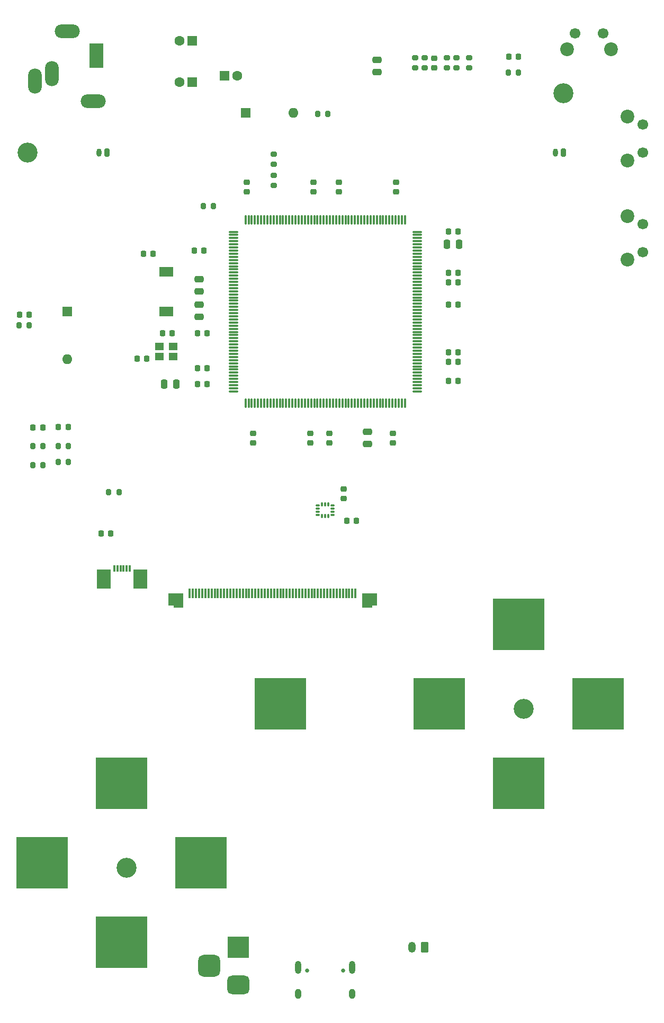
<source format=gts>
G04 #@! TF.GenerationSoftware,KiCad,Pcbnew,7.0.1*
G04 #@! TF.CreationDate,2024-01-01T11:46:02+00:00*
G04 #@! TF.ProjectId,gk,676b2e6b-6963-4616-945f-706362585858,rev?*
G04 #@! TF.SameCoordinates,Original*
G04 #@! TF.FileFunction,Soldermask,Top*
G04 #@! TF.FilePolarity,Negative*
%FSLAX46Y46*%
G04 Gerber Fmt 4.6, Leading zero omitted, Abs format (unit mm)*
G04 Created by KiCad (PCBNEW 7.0.1) date 2024-01-01 11:46:02*
%MOMM*%
%LPD*%
G01*
G04 APERTURE LIST*
G04 Aperture macros list*
%AMRoundRect*
0 Rectangle with rounded corners*
0 $1 Rounding radius*
0 $2 $3 $4 $5 $6 $7 $8 $9 X,Y pos of 4 corners*
0 Add a 4 corners polygon primitive as box body*
4,1,4,$2,$3,$4,$5,$6,$7,$8,$9,$2,$3,0*
0 Add four circle primitives for the rounded corners*
1,1,$1+$1,$2,$3*
1,1,$1+$1,$4,$5*
1,1,$1+$1,$6,$7*
1,1,$1+$1,$8,$9*
0 Add four rect primitives between the rounded corners*
20,1,$1+$1,$2,$3,$4,$5,0*
20,1,$1+$1,$4,$5,$6,$7,0*
20,1,$1+$1,$6,$7,$8,$9,0*
20,1,$1+$1,$8,$9,$2,$3,0*%
G04 Aperture macros list end*
%ADD10C,0.010000*%
%ADD11C,0.120000*%
%ADD12R,0.300000X1.500000*%
%ADD13RoundRect,0.225000X0.225000X0.250000X-0.225000X0.250000X-0.225000X-0.250000X0.225000X-0.250000X0*%
%ADD14RoundRect,0.200000X-0.200000X-0.275000X0.200000X-0.275000X0.200000X0.275000X-0.200000X0.275000X0*%
%ADD15RoundRect,0.225000X-0.225000X-0.250000X0.225000X-0.250000X0.225000X0.250000X-0.225000X0.250000X0*%
%ADD16RoundRect,0.250000X-0.250000X-0.475000X0.250000X-0.475000X0.250000X0.475000X-0.250000X0.475000X0*%
%ADD17C,3.200000*%
%ADD18RoundRect,0.250000X-0.475000X0.250000X-0.475000X-0.250000X0.475000X-0.250000X0.475000X0.250000X0*%
%ADD19RoundRect,0.225000X-0.250000X0.225000X-0.250000X-0.225000X0.250000X-0.225000X0.250000X0.225000X0*%
%ADD20RoundRect,0.200000X0.275000X-0.200000X0.275000X0.200000X-0.275000X0.200000X-0.275000X-0.200000X0*%
%ADD21R,0.300000X1.100000*%
%ADD22R,2.300000X3.100000*%
%ADD23RoundRect,0.200000X0.200000X0.275000X-0.200000X0.275000X-0.200000X-0.275000X0.200000X-0.275000X0*%
%ADD24RoundRect,0.250000X0.475000X-0.250000X0.475000X0.250000X-0.475000X0.250000X-0.475000X-0.250000X0*%
%ADD25RoundRect,0.225000X0.250000X-0.225000X0.250000X0.225000X-0.250000X0.225000X-0.250000X-0.225000X0*%
%ADD26R,1.400000X1.150000*%
%ADD27RoundRect,0.087500X-0.225000X-0.087500X0.225000X-0.087500X0.225000X0.087500X-0.225000X0.087500X0*%
%ADD28RoundRect,0.087500X-0.087500X-0.225000X0.087500X-0.225000X0.087500X0.225000X-0.087500X0.225000X0*%
%ADD29RoundRect,0.200000X-0.275000X0.200000X-0.275000X-0.200000X0.275000X-0.200000X0.275000X0.200000X0*%
%ADD30R,2.200000X1.500000*%
%ADD31RoundRect,0.075000X-0.675000X-0.075000X0.675000X-0.075000X0.675000X0.075000X-0.675000X0.075000X0*%
%ADD32RoundRect,0.075000X-0.075000X-0.675000X0.075000X-0.675000X0.075000X0.675000X-0.075000X0.675000X0*%
%ADD33RoundRect,0.250000X0.250000X0.475000X-0.250000X0.475000X-0.250000X-0.475000X0.250000X-0.475000X0*%
%ADD34C,2.200000*%
%ADD35C,1.700000*%
%ADD36R,1.600000X1.600000*%
%ADD37O,1.600000X1.600000*%
%ADD38C,0.650000*%
%ADD39O,1.000000X1.600000*%
%ADD40O,1.000000X2.100000*%
%ADD41C,1.600000*%
%ADD42R,3.500000X3.500000*%
%ADD43RoundRect,0.750000X1.000000X-0.750000X1.000000X0.750000X-1.000000X0.750000X-1.000000X-0.750000X0*%
%ADD44RoundRect,0.875000X0.875000X-0.875000X0.875000X0.875000X-0.875000X0.875000X-0.875000X-0.875000X0*%
%ADD45RoundRect,0.200000X0.200000X0.450000X-0.200000X0.450000X-0.200000X-0.450000X0.200000X-0.450000X0*%
%ADD46O,0.800000X1.300000*%
%ADD47O,2.200000X4.000000*%
%ADD48O,4.000000X2.200000*%
%ADD49R,2.200000X4.000000*%
%ADD50RoundRect,0.250000X0.350000X0.625000X-0.350000X0.625000X-0.350000X-0.625000X0.350000X-0.625000X0*%
%ADD51O,1.200000X1.750000*%
G04 APERTURE END LIST*
D10*
X106655500Y-113540000D02*
X105855500Y-113540000D01*
X105855500Y-113890000D01*
X104355500Y-113890000D01*
X104355500Y-111740000D01*
X106655500Y-111740000D01*
X106655500Y-113540000D01*
G36*
X106655500Y-113540000D02*
G01*
X105855500Y-113540000D01*
X105855500Y-113890000D01*
X104355500Y-113890000D01*
X104355500Y-111740000D01*
X106655500Y-111740000D01*
X106655500Y-113540000D01*
G37*
X75655500Y-113890000D02*
X74155500Y-113890000D01*
X74155500Y-113540000D01*
X73355500Y-113540000D01*
X73355500Y-111740000D01*
X75655500Y-111740000D01*
X75655500Y-113890000D01*
G36*
X75655500Y-113890000D02*
G01*
X74155500Y-113890000D01*
X74155500Y-113540000D01*
X73355500Y-113540000D01*
X73355500Y-111740000D01*
X75655500Y-111740000D01*
X75655500Y-113890000D01*
G37*
D11*
X74411000Y-150643500D02*
X82539000Y-150643500D01*
X82539000Y-150643500D02*
X82539000Y-158771500D01*
X82539000Y-158771500D02*
X74411000Y-158771500D01*
X74411000Y-158771500D02*
X74411000Y-150643500D01*
G36*
X74411000Y-150643500D02*
G01*
X82539000Y-150643500D01*
X82539000Y-158771500D01*
X74411000Y-158771500D01*
X74411000Y-150643500D01*
G37*
X49011000Y-150643500D02*
X57139000Y-150643500D01*
X57139000Y-150643500D02*
X57139000Y-158771500D01*
X57139000Y-158771500D02*
X49011000Y-158771500D01*
X49011000Y-158771500D02*
X49011000Y-150643500D01*
G36*
X49011000Y-150643500D02*
G01*
X57139000Y-150643500D01*
X57139000Y-158771500D01*
X49011000Y-158771500D01*
X49011000Y-150643500D01*
G37*
X61711000Y-137943500D02*
X69839000Y-137943500D01*
X69839000Y-137943500D02*
X69839000Y-146071500D01*
X69839000Y-146071500D02*
X61711000Y-146071500D01*
X61711000Y-146071500D02*
X61711000Y-137943500D01*
G36*
X61711000Y-137943500D02*
G01*
X69839000Y-137943500D01*
X69839000Y-146071500D01*
X61711000Y-146071500D01*
X61711000Y-137943500D01*
G37*
X137911000Y-125243500D02*
X146039000Y-125243500D01*
X146039000Y-125243500D02*
X146039000Y-133371500D01*
X146039000Y-133371500D02*
X137911000Y-133371500D01*
X137911000Y-133371500D02*
X137911000Y-125243500D01*
G36*
X137911000Y-125243500D02*
G01*
X146039000Y-125243500D01*
X146039000Y-133371500D01*
X137911000Y-133371500D01*
X137911000Y-125243500D01*
G37*
X87111000Y-125243500D02*
X95239000Y-125243500D01*
X95239000Y-125243500D02*
X95239000Y-133371500D01*
X95239000Y-133371500D02*
X87111000Y-133371500D01*
X87111000Y-133371500D02*
X87111000Y-125243500D01*
G36*
X87111000Y-125243500D02*
G01*
X95239000Y-125243500D01*
X95239000Y-133371500D01*
X87111000Y-133371500D01*
X87111000Y-125243500D01*
G37*
X61711000Y-163343500D02*
X69839000Y-163343500D01*
X69839000Y-163343500D02*
X69839000Y-171471500D01*
X69839000Y-171471500D02*
X61711000Y-171471500D01*
X61711000Y-171471500D02*
X61711000Y-163343500D01*
G36*
X61711000Y-163343500D02*
G01*
X69839000Y-163343500D01*
X69839000Y-171471500D01*
X61711000Y-171471500D01*
X61711000Y-163343500D01*
G37*
X125211000Y-112543500D02*
X133339000Y-112543500D01*
X133339000Y-112543500D02*
X133339000Y-120671500D01*
X133339000Y-120671500D02*
X125211000Y-120671500D01*
X125211000Y-120671500D02*
X125211000Y-112543500D01*
G36*
X125211000Y-112543500D02*
G01*
X133339000Y-112543500D01*
X133339000Y-120671500D01*
X125211000Y-120671500D01*
X125211000Y-112543500D01*
G37*
X125211000Y-137943500D02*
X133339000Y-137943500D01*
X133339000Y-137943500D02*
X133339000Y-146071500D01*
X133339000Y-146071500D02*
X125211000Y-146071500D01*
X125211000Y-146071500D02*
X125211000Y-137943500D01*
G36*
X125211000Y-137943500D02*
G01*
X133339000Y-137943500D01*
X133339000Y-146071500D01*
X125211000Y-146071500D01*
X125211000Y-137943500D01*
G37*
X112511000Y-125243500D02*
X120639000Y-125243500D01*
X120639000Y-125243500D02*
X120639000Y-133371500D01*
X120639000Y-133371500D02*
X112511000Y-133371500D01*
X112511000Y-133371500D02*
X112511000Y-125243500D01*
G36*
X112511000Y-125243500D02*
G01*
X120639000Y-125243500D01*
X120639000Y-133371500D01*
X112511000Y-133371500D01*
X112511000Y-125243500D01*
G37*
D12*
X103255500Y-111690000D03*
X102755500Y-111690000D03*
X102255500Y-111690000D03*
X101755500Y-111690000D03*
X101255500Y-111690000D03*
X100755500Y-111690000D03*
X100255500Y-111690000D03*
X99755500Y-111690000D03*
X99255500Y-111690000D03*
X98755500Y-111690000D03*
X98255500Y-111690000D03*
X97755500Y-111690000D03*
X97255500Y-111690000D03*
X96755500Y-111690000D03*
X96255500Y-111690000D03*
X95755500Y-111690000D03*
X95255500Y-111690000D03*
X94755500Y-111690000D03*
X94255500Y-111690000D03*
X93755500Y-111690000D03*
X93255500Y-111690000D03*
X92755500Y-111690000D03*
X92255500Y-111690000D03*
X91755500Y-111690000D03*
X91255500Y-111690000D03*
X90755500Y-111690000D03*
X90255500Y-111690000D03*
X89755500Y-111690000D03*
X89255500Y-111690000D03*
X88755500Y-111690000D03*
X88255500Y-111690000D03*
X87755500Y-111690000D03*
X87255500Y-111690000D03*
X86755500Y-111690000D03*
X86255500Y-111690000D03*
X85755500Y-111690000D03*
X85255500Y-111690000D03*
X84755500Y-111690000D03*
X84255500Y-111690000D03*
X83755500Y-111690000D03*
X83255500Y-111690000D03*
X82755500Y-111690000D03*
X82255500Y-111690000D03*
X81755500Y-111690000D03*
X81255500Y-111690000D03*
X80755500Y-111690000D03*
X80255500Y-111690000D03*
X79755500Y-111690000D03*
X79255500Y-111690000D03*
X78755500Y-111690000D03*
X78255500Y-111690000D03*
X77755500Y-111690000D03*
X77255500Y-111690000D03*
X76755500Y-111690000D03*
D13*
X79515000Y-70104000D03*
X77965000Y-70104000D03*
D14*
X97219000Y-35052000D03*
X98869000Y-35052000D03*
D15*
X118097000Y-73152000D03*
X119647000Y-73152000D03*
D16*
X117922000Y-55880000D03*
X119822000Y-55880000D03*
D17*
X66675000Y-155575000D03*
D15*
X118097000Y-53848000D03*
X119647000Y-53848000D03*
X118097000Y-60452000D03*
X119647000Y-60452000D03*
D18*
X78232000Y-65598000D03*
X78232000Y-67498000D03*
D19*
X109220000Y-86093000D03*
X109220000Y-87643000D03*
D13*
X79007000Y-56896000D03*
X77457000Y-56896000D03*
D15*
X127749000Y-25908000D03*
X129299000Y-25908000D03*
X55765400Y-85110800D03*
X57315400Y-85110800D03*
D20*
X90170000Y-46545000D03*
X90170000Y-44895000D03*
D15*
X118097000Y-65532000D03*
X119647000Y-65532000D03*
X118097000Y-74676000D03*
X119647000Y-74676000D03*
D19*
X115824000Y-26149000D03*
X115824000Y-27699000D03*
D21*
X64688400Y-107757800D03*
X65188400Y-107757800D03*
X65688400Y-107757800D03*
X66188400Y-107757800D03*
X66688400Y-107757800D03*
X67188400Y-107757800D03*
D22*
X63018400Y-109457800D03*
X68858400Y-109457800D03*
D19*
X96012000Y-86093000D03*
X96012000Y-87643000D03*
D23*
X65442600Y-95504000D03*
X63792600Y-95504000D03*
D17*
X136525000Y-31750000D03*
D24*
X78232000Y-63434000D03*
X78232000Y-61534000D03*
D20*
X114300000Y-27749000D03*
X114300000Y-26099000D03*
D25*
X100584000Y-47511000D03*
X100584000Y-45961000D03*
D20*
X119380000Y-27749000D03*
X119380000Y-26099000D03*
D13*
X73927000Y-70104000D03*
X72377000Y-70104000D03*
D18*
X105156000Y-85918000D03*
X105156000Y-87818000D03*
D25*
X85852000Y-47511000D03*
X85852000Y-45961000D03*
D14*
X127699000Y-28448000D03*
X129349000Y-28448000D03*
D13*
X69863000Y-74168000D03*
X68313000Y-74168000D03*
D14*
X78931000Y-49784000D03*
X80581000Y-49784000D03*
D15*
X51701400Y-85170800D03*
X53251400Y-85170800D03*
D14*
X51651400Y-88158800D03*
X53301400Y-88158800D03*
X55715400Y-88188800D03*
X57365400Y-88188800D03*
D26*
X74125000Y-72225000D03*
X71925000Y-72225000D03*
X71925000Y-73825000D03*
X74125000Y-73825000D03*
D13*
X79515000Y-75692000D03*
X77965000Y-75692000D03*
D25*
X101346000Y-96533000D03*
X101346000Y-94983000D03*
D14*
X51651400Y-91206800D03*
X53301400Y-91206800D03*
D27*
X97262500Y-97675000D03*
X97262500Y-98175000D03*
X97262500Y-98675000D03*
X97262500Y-99175000D03*
D28*
X97925000Y-99337500D03*
X98425000Y-99337500D03*
X98925000Y-99337500D03*
D27*
X99587500Y-99175000D03*
X99587500Y-98675000D03*
X99587500Y-98175000D03*
X99587500Y-97675000D03*
D28*
X98925000Y-97512500D03*
X98425000Y-97512500D03*
X97925000Y-97512500D03*
D29*
X90170000Y-41491400D03*
X90170000Y-43141400D03*
D19*
X86868000Y-86093000D03*
X86868000Y-87643000D03*
D18*
X106680000Y-26482000D03*
X106680000Y-28382000D03*
D17*
X130175000Y-130175000D03*
D20*
X117856000Y-27749000D03*
X117856000Y-26099000D03*
D25*
X109728000Y-47511000D03*
X109728000Y-45961000D03*
D14*
X55715400Y-90698800D03*
X57365400Y-90698800D03*
D19*
X99060000Y-86093000D03*
X99060000Y-87643000D03*
D15*
X118097000Y-77724000D03*
X119647000Y-77724000D03*
D13*
X70879000Y-57404000D03*
X69329000Y-57404000D03*
X79515000Y-78232000D03*
X77965000Y-78232000D03*
D20*
X121412000Y-27749000D03*
X121412000Y-26099000D03*
D17*
X50800000Y-41275000D03*
D13*
X64122600Y-102108000D03*
X62572600Y-102108000D03*
D30*
X73025000Y-66700000D03*
X73025000Y-60300000D03*
D31*
X83750000Y-53925000D03*
X83750000Y-54425000D03*
X83750000Y-54925000D03*
X83750000Y-55425000D03*
X83750000Y-55925000D03*
X83750000Y-56425000D03*
X83750000Y-56925000D03*
X83750000Y-57425000D03*
X83750000Y-57925000D03*
X83750000Y-58425000D03*
X83750000Y-58925000D03*
X83750000Y-59425000D03*
X83750000Y-59925000D03*
X83750000Y-60425000D03*
X83750000Y-60925000D03*
X83750000Y-61425000D03*
X83750000Y-61925000D03*
X83750000Y-62425000D03*
X83750000Y-62925000D03*
X83750000Y-63425000D03*
X83750000Y-63925000D03*
X83750000Y-64425000D03*
X83750000Y-64925000D03*
X83750000Y-65425000D03*
X83750000Y-65925000D03*
X83750000Y-66425000D03*
X83750000Y-66925000D03*
X83750000Y-67425000D03*
X83750000Y-67925000D03*
X83750000Y-68425000D03*
X83750000Y-68925000D03*
X83750000Y-69425000D03*
X83750000Y-69925000D03*
X83750000Y-70425000D03*
X83750000Y-70925000D03*
X83750000Y-71425000D03*
X83750000Y-71925000D03*
X83750000Y-72425000D03*
X83750000Y-72925000D03*
X83750000Y-73425000D03*
X83750000Y-73925000D03*
X83750000Y-74425000D03*
X83750000Y-74925000D03*
X83750000Y-75425000D03*
X83750000Y-75925000D03*
X83750000Y-76425000D03*
X83750000Y-76925000D03*
X83750000Y-77425000D03*
X83750000Y-77925000D03*
X83750000Y-78425000D03*
X83750000Y-78925000D03*
X83750000Y-79425000D03*
D32*
X85675000Y-81350000D03*
X86175000Y-81350000D03*
X86675000Y-81350000D03*
X87175000Y-81350000D03*
X87675000Y-81350000D03*
X88175000Y-81350000D03*
X88675000Y-81350000D03*
X89175000Y-81350000D03*
X89675000Y-81350000D03*
X90175000Y-81350000D03*
X90675000Y-81350000D03*
X91175000Y-81350000D03*
X91675000Y-81350000D03*
X92175000Y-81350000D03*
X92675000Y-81350000D03*
X93175000Y-81350000D03*
X93675000Y-81350000D03*
X94175000Y-81350000D03*
X94675000Y-81350000D03*
X95175000Y-81350000D03*
X95675000Y-81350000D03*
X96175000Y-81350000D03*
X96675000Y-81350000D03*
X97175000Y-81350000D03*
X97675000Y-81350000D03*
X98175000Y-81350000D03*
X98675000Y-81350000D03*
X99175000Y-81350000D03*
X99675000Y-81350000D03*
X100175000Y-81350000D03*
X100675000Y-81350000D03*
X101175000Y-81350000D03*
X101675000Y-81350000D03*
X102175000Y-81350000D03*
X102675000Y-81350000D03*
X103175000Y-81350000D03*
X103675000Y-81350000D03*
X104175000Y-81350000D03*
X104675000Y-81350000D03*
X105175000Y-81350000D03*
X105675000Y-81350000D03*
X106175000Y-81350000D03*
X106675000Y-81350000D03*
X107175000Y-81350000D03*
X107675000Y-81350000D03*
X108175000Y-81350000D03*
X108675000Y-81350000D03*
X109175000Y-81350000D03*
X109675000Y-81350000D03*
X110175000Y-81350000D03*
X110675000Y-81350000D03*
X111175000Y-81350000D03*
D31*
X113100000Y-79425000D03*
X113100000Y-78925000D03*
X113100000Y-78425000D03*
X113100000Y-77925000D03*
X113100000Y-77425000D03*
X113100000Y-76925000D03*
X113100000Y-76425000D03*
X113100000Y-75925000D03*
X113100000Y-75425000D03*
X113100000Y-74925000D03*
X113100000Y-74425000D03*
X113100000Y-73925000D03*
X113100000Y-73425000D03*
X113100000Y-72925000D03*
X113100000Y-72425000D03*
X113100000Y-71925000D03*
X113100000Y-71425000D03*
X113100000Y-70925000D03*
X113100000Y-70425000D03*
X113100000Y-69925000D03*
X113100000Y-69425000D03*
X113100000Y-68925000D03*
X113100000Y-68425000D03*
X113100000Y-67925000D03*
X113100000Y-67425000D03*
X113100000Y-66925000D03*
X113100000Y-66425000D03*
X113100000Y-65925000D03*
X113100000Y-65425000D03*
X113100000Y-64925000D03*
X113100000Y-64425000D03*
X113100000Y-63925000D03*
X113100000Y-63425000D03*
X113100000Y-62925000D03*
X113100000Y-62425000D03*
X113100000Y-61925000D03*
X113100000Y-61425000D03*
X113100000Y-60925000D03*
X113100000Y-60425000D03*
X113100000Y-59925000D03*
X113100000Y-59425000D03*
X113100000Y-58925000D03*
X113100000Y-58425000D03*
X113100000Y-57925000D03*
X113100000Y-57425000D03*
X113100000Y-56925000D03*
X113100000Y-56425000D03*
X113100000Y-55925000D03*
X113100000Y-55425000D03*
X113100000Y-54925000D03*
X113100000Y-54425000D03*
X113100000Y-53925000D03*
D32*
X111175000Y-52000000D03*
X110675000Y-52000000D03*
X110175000Y-52000000D03*
X109675000Y-52000000D03*
X109175000Y-52000000D03*
X108675000Y-52000000D03*
X108175000Y-52000000D03*
X107675000Y-52000000D03*
X107175000Y-52000000D03*
X106675000Y-52000000D03*
X106175000Y-52000000D03*
X105675000Y-52000000D03*
X105175000Y-52000000D03*
X104675000Y-52000000D03*
X104175000Y-52000000D03*
X103675000Y-52000000D03*
X103175000Y-52000000D03*
X102675000Y-52000000D03*
X102175000Y-52000000D03*
X101675000Y-52000000D03*
X101175000Y-52000000D03*
X100675000Y-52000000D03*
X100175000Y-52000000D03*
X99675000Y-52000000D03*
X99175000Y-52000000D03*
X98675000Y-52000000D03*
X98175000Y-52000000D03*
X97675000Y-52000000D03*
X97175000Y-52000000D03*
X96675000Y-52000000D03*
X96175000Y-52000000D03*
X95675000Y-52000000D03*
X95175000Y-52000000D03*
X94675000Y-52000000D03*
X94175000Y-52000000D03*
X93675000Y-52000000D03*
X93175000Y-52000000D03*
X92675000Y-52000000D03*
X92175000Y-52000000D03*
X91675000Y-52000000D03*
X91175000Y-52000000D03*
X90675000Y-52000000D03*
X90175000Y-52000000D03*
X89675000Y-52000000D03*
X89175000Y-52000000D03*
X88675000Y-52000000D03*
X88175000Y-52000000D03*
X87675000Y-52000000D03*
X87175000Y-52000000D03*
X86675000Y-52000000D03*
X86175000Y-52000000D03*
X85675000Y-52000000D03*
D13*
X51067000Y-67176000D03*
X49517000Y-67176000D03*
D33*
X74610000Y-78232000D03*
X72710000Y-78232000D03*
D15*
X118097000Y-61976000D03*
X119647000Y-61976000D03*
D25*
X96520000Y-47511000D03*
X96520000Y-45961000D03*
D14*
X49467000Y-68884800D03*
X51117000Y-68884800D03*
D15*
X101841000Y-100076000D03*
X103391000Y-100076000D03*
D20*
X112776000Y-27749000D03*
X112776000Y-26099000D03*
D34*
X146725000Y-58400000D03*
X146725000Y-51400000D03*
D35*
X149225000Y-57150000D03*
X149225000Y-52650000D03*
D36*
X85725000Y-34925000D03*
D37*
X93345000Y-34925000D03*
D38*
X101315000Y-172025000D03*
X95535000Y-172025000D03*
D39*
X102745000Y-175675000D03*
D40*
X102745000Y-171495000D03*
D39*
X94105000Y-175675000D03*
D40*
X94105000Y-171495000D03*
D34*
X146725000Y-42525000D03*
X146725000Y-35525000D03*
D35*
X149225000Y-41275000D03*
X149225000Y-36775000D03*
D36*
X82356887Y-28956000D03*
D41*
X84356887Y-28956000D03*
D36*
X77155113Y-29972000D03*
D41*
X75155113Y-29972000D03*
D36*
X57150000Y-66675000D03*
D37*
X57150000Y-74295000D03*
D42*
X84523500Y-168244000D03*
D43*
X84523500Y-174244000D03*
D44*
X79823500Y-171244000D03*
D34*
X144125000Y-24725000D03*
X137125000Y-24725000D03*
D35*
X142875000Y-22225000D03*
X138375000Y-22225000D03*
D45*
X136525000Y-41275000D03*
D46*
X135275000Y-41275000D03*
D45*
X63500000Y-41275000D03*
D46*
X62250000Y-41275000D03*
D36*
X77155113Y-23368000D03*
D41*
X75155113Y-23368000D03*
D47*
X52007500Y-29850000D03*
X54707500Y-28650000D03*
D48*
X57207500Y-21850000D03*
D49*
X61807500Y-25750000D03*
D48*
X61307500Y-33050000D03*
D50*
X114300000Y-168275000D03*
D51*
X112300000Y-168275000D03*
M02*

</source>
